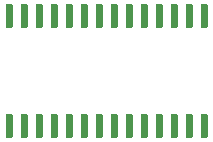
<source format=gbr>
G04 #@! TF.GenerationSoftware,KiCad,Pcbnew,(5.1.4)-1*
G04 #@! TF.CreationDate,2020-08-02T04:53:09-03:00*
G04 #@! TF.ProjectId,Cart_FeRAM,43617274-5f46-4655-9241-4d2e6b696361,rev?*
G04 #@! TF.SameCoordinates,Original*
G04 #@! TF.FileFunction,Paste,Top*
G04 #@! TF.FilePolarity,Positive*
%FSLAX46Y46*%
G04 Gerber Fmt 4.6, Leading zero omitted, Abs format (unit mm)*
G04 Created by KiCad (PCBNEW (5.1.4)-1) date 2020-08-02 04:53:09*
%MOMM*%
%LPD*%
G04 APERTURE LIST*
%ADD10C,0.100000*%
%ADD11C,0.600000*%
G04 APERTURE END LIST*
D10*
G36*
X106463703Y-66617722D02*
G01*
X106478264Y-66619882D01*
X106492543Y-66623459D01*
X106506403Y-66628418D01*
X106519710Y-66634712D01*
X106532336Y-66642280D01*
X106544159Y-66651048D01*
X106555066Y-66660934D01*
X106564952Y-66671841D01*
X106573720Y-66683664D01*
X106581288Y-66696290D01*
X106587582Y-66709597D01*
X106592541Y-66723457D01*
X106596118Y-66737736D01*
X106598278Y-66752297D01*
X106599000Y-66767000D01*
X106599000Y-68517000D01*
X106598278Y-68531703D01*
X106596118Y-68546264D01*
X106592541Y-68560543D01*
X106587582Y-68574403D01*
X106581288Y-68587710D01*
X106573720Y-68600336D01*
X106564952Y-68612159D01*
X106555066Y-68623066D01*
X106544159Y-68632952D01*
X106532336Y-68641720D01*
X106519710Y-68649288D01*
X106506403Y-68655582D01*
X106492543Y-68660541D01*
X106478264Y-68664118D01*
X106463703Y-68666278D01*
X106449000Y-68667000D01*
X106149000Y-68667000D01*
X106134297Y-68666278D01*
X106119736Y-68664118D01*
X106105457Y-68660541D01*
X106091597Y-68655582D01*
X106078290Y-68649288D01*
X106065664Y-68641720D01*
X106053841Y-68632952D01*
X106042934Y-68623066D01*
X106033048Y-68612159D01*
X106024280Y-68600336D01*
X106016712Y-68587710D01*
X106010418Y-68574403D01*
X106005459Y-68560543D01*
X106001882Y-68546264D01*
X105999722Y-68531703D01*
X105999000Y-68517000D01*
X105999000Y-66767000D01*
X105999722Y-66752297D01*
X106001882Y-66737736D01*
X106005459Y-66723457D01*
X106010418Y-66709597D01*
X106016712Y-66696290D01*
X106024280Y-66683664D01*
X106033048Y-66671841D01*
X106042934Y-66660934D01*
X106053841Y-66651048D01*
X106065664Y-66642280D01*
X106078290Y-66634712D01*
X106091597Y-66628418D01*
X106105457Y-66623459D01*
X106119736Y-66619882D01*
X106134297Y-66617722D01*
X106149000Y-66617000D01*
X106449000Y-66617000D01*
X106463703Y-66617722D01*
X106463703Y-66617722D01*
G37*
D11*
X106299000Y-67642000D03*
D10*
G36*
X107733703Y-66617722D02*
G01*
X107748264Y-66619882D01*
X107762543Y-66623459D01*
X107776403Y-66628418D01*
X107789710Y-66634712D01*
X107802336Y-66642280D01*
X107814159Y-66651048D01*
X107825066Y-66660934D01*
X107834952Y-66671841D01*
X107843720Y-66683664D01*
X107851288Y-66696290D01*
X107857582Y-66709597D01*
X107862541Y-66723457D01*
X107866118Y-66737736D01*
X107868278Y-66752297D01*
X107869000Y-66767000D01*
X107869000Y-68517000D01*
X107868278Y-68531703D01*
X107866118Y-68546264D01*
X107862541Y-68560543D01*
X107857582Y-68574403D01*
X107851288Y-68587710D01*
X107843720Y-68600336D01*
X107834952Y-68612159D01*
X107825066Y-68623066D01*
X107814159Y-68632952D01*
X107802336Y-68641720D01*
X107789710Y-68649288D01*
X107776403Y-68655582D01*
X107762543Y-68660541D01*
X107748264Y-68664118D01*
X107733703Y-68666278D01*
X107719000Y-68667000D01*
X107419000Y-68667000D01*
X107404297Y-68666278D01*
X107389736Y-68664118D01*
X107375457Y-68660541D01*
X107361597Y-68655582D01*
X107348290Y-68649288D01*
X107335664Y-68641720D01*
X107323841Y-68632952D01*
X107312934Y-68623066D01*
X107303048Y-68612159D01*
X107294280Y-68600336D01*
X107286712Y-68587710D01*
X107280418Y-68574403D01*
X107275459Y-68560543D01*
X107271882Y-68546264D01*
X107269722Y-68531703D01*
X107269000Y-68517000D01*
X107269000Y-66767000D01*
X107269722Y-66752297D01*
X107271882Y-66737736D01*
X107275459Y-66723457D01*
X107280418Y-66709597D01*
X107286712Y-66696290D01*
X107294280Y-66683664D01*
X107303048Y-66671841D01*
X107312934Y-66660934D01*
X107323841Y-66651048D01*
X107335664Y-66642280D01*
X107348290Y-66634712D01*
X107361597Y-66628418D01*
X107375457Y-66623459D01*
X107389736Y-66619882D01*
X107404297Y-66617722D01*
X107419000Y-66617000D01*
X107719000Y-66617000D01*
X107733703Y-66617722D01*
X107733703Y-66617722D01*
G37*
D11*
X107569000Y-67642000D03*
D10*
G36*
X109003703Y-66617722D02*
G01*
X109018264Y-66619882D01*
X109032543Y-66623459D01*
X109046403Y-66628418D01*
X109059710Y-66634712D01*
X109072336Y-66642280D01*
X109084159Y-66651048D01*
X109095066Y-66660934D01*
X109104952Y-66671841D01*
X109113720Y-66683664D01*
X109121288Y-66696290D01*
X109127582Y-66709597D01*
X109132541Y-66723457D01*
X109136118Y-66737736D01*
X109138278Y-66752297D01*
X109139000Y-66767000D01*
X109139000Y-68517000D01*
X109138278Y-68531703D01*
X109136118Y-68546264D01*
X109132541Y-68560543D01*
X109127582Y-68574403D01*
X109121288Y-68587710D01*
X109113720Y-68600336D01*
X109104952Y-68612159D01*
X109095066Y-68623066D01*
X109084159Y-68632952D01*
X109072336Y-68641720D01*
X109059710Y-68649288D01*
X109046403Y-68655582D01*
X109032543Y-68660541D01*
X109018264Y-68664118D01*
X109003703Y-68666278D01*
X108989000Y-68667000D01*
X108689000Y-68667000D01*
X108674297Y-68666278D01*
X108659736Y-68664118D01*
X108645457Y-68660541D01*
X108631597Y-68655582D01*
X108618290Y-68649288D01*
X108605664Y-68641720D01*
X108593841Y-68632952D01*
X108582934Y-68623066D01*
X108573048Y-68612159D01*
X108564280Y-68600336D01*
X108556712Y-68587710D01*
X108550418Y-68574403D01*
X108545459Y-68560543D01*
X108541882Y-68546264D01*
X108539722Y-68531703D01*
X108539000Y-68517000D01*
X108539000Y-66767000D01*
X108539722Y-66752297D01*
X108541882Y-66737736D01*
X108545459Y-66723457D01*
X108550418Y-66709597D01*
X108556712Y-66696290D01*
X108564280Y-66683664D01*
X108573048Y-66671841D01*
X108582934Y-66660934D01*
X108593841Y-66651048D01*
X108605664Y-66642280D01*
X108618290Y-66634712D01*
X108631597Y-66628418D01*
X108645457Y-66623459D01*
X108659736Y-66619882D01*
X108674297Y-66617722D01*
X108689000Y-66617000D01*
X108989000Y-66617000D01*
X109003703Y-66617722D01*
X109003703Y-66617722D01*
G37*
D11*
X108839000Y-67642000D03*
D10*
G36*
X110273703Y-66617722D02*
G01*
X110288264Y-66619882D01*
X110302543Y-66623459D01*
X110316403Y-66628418D01*
X110329710Y-66634712D01*
X110342336Y-66642280D01*
X110354159Y-66651048D01*
X110365066Y-66660934D01*
X110374952Y-66671841D01*
X110383720Y-66683664D01*
X110391288Y-66696290D01*
X110397582Y-66709597D01*
X110402541Y-66723457D01*
X110406118Y-66737736D01*
X110408278Y-66752297D01*
X110409000Y-66767000D01*
X110409000Y-68517000D01*
X110408278Y-68531703D01*
X110406118Y-68546264D01*
X110402541Y-68560543D01*
X110397582Y-68574403D01*
X110391288Y-68587710D01*
X110383720Y-68600336D01*
X110374952Y-68612159D01*
X110365066Y-68623066D01*
X110354159Y-68632952D01*
X110342336Y-68641720D01*
X110329710Y-68649288D01*
X110316403Y-68655582D01*
X110302543Y-68660541D01*
X110288264Y-68664118D01*
X110273703Y-68666278D01*
X110259000Y-68667000D01*
X109959000Y-68667000D01*
X109944297Y-68666278D01*
X109929736Y-68664118D01*
X109915457Y-68660541D01*
X109901597Y-68655582D01*
X109888290Y-68649288D01*
X109875664Y-68641720D01*
X109863841Y-68632952D01*
X109852934Y-68623066D01*
X109843048Y-68612159D01*
X109834280Y-68600336D01*
X109826712Y-68587710D01*
X109820418Y-68574403D01*
X109815459Y-68560543D01*
X109811882Y-68546264D01*
X109809722Y-68531703D01*
X109809000Y-68517000D01*
X109809000Y-66767000D01*
X109809722Y-66752297D01*
X109811882Y-66737736D01*
X109815459Y-66723457D01*
X109820418Y-66709597D01*
X109826712Y-66696290D01*
X109834280Y-66683664D01*
X109843048Y-66671841D01*
X109852934Y-66660934D01*
X109863841Y-66651048D01*
X109875664Y-66642280D01*
X109888290Y-66634712D01*
X109901597Y-66628418D01*
X109915457Y-66623459D01*
X109929736Y-66619882D01*
X109944297Y-66617722D01*
X109959000Y-66617000D01*
X110259000Y-66617000D01*
X110273703Y-66617722D01*
X110273703Y-66617722D01*
G37*
D11*
X110109000Y-67642000D03*
D10*
G36*
X111543703Y-66617722D02*
G01*
X111558264Y-66619882D01*
X111572543Y-66623459D01*
X111586403Y-66628418D01*
X111599710Y-66634712D01*
X111612336Y-66642280D01*
X111624159Y-66651048D01*
X111635066Y-66660934D01*
X111644952Y-66671841D01*
X111653720Y-66683664D01*
X111661288Y-66696290D01*
X111667582Y-66709597D01*
X111672541Y-66723457D01*
X111676118Y-66737736D01*
X111678278Y-66752297D01*
X111679000Y-66767000D01*
X111679000Y-68517000D01*
X111678278Y-68531703D01*
X111676118Y-68546264D01*
X111672541Y-68560543D01*
X111667582Y-68574403D01*
X111661288Y-68587710D01*
X111653720Y-68600336D01*
X111644952Y-68612159D01*
X111635066Y-68623066D01*
X111624159Y-68632952D01*
X111612336Y-68641720D01*
X111599710Y-68649288D01*
X111586403Y-68655582D01*
X111572543Y-68660541D01*
X111558264Y-68664118D01*
X111543703Y-68666278D01*
X111529000Y-68667000D01*
X111229000Y-68667000D01*
X111214297Y-68666278D01*
X111199736Y-68664118D01*
X111185457Y-68660541D01*
X111171597Y-68655582D01*
X111158290Y-68649288D01*
X111145664Y-68641720D01*
X111133841Y-68632952D01*
X111122934Y-68623066D01*
X111113048Y-68612159D01*
X111104280Y-68600336D01*
X111096712Y-68587710D01*
X111090418Y-68574403D01*
X111085459Y-68560543D01*
X111081882Y-68546264D01*
X111079722Y-68531703D01*
X111079000Y-68517000D01*
X111079000Y-66767000D01*
X111079722Y-66752297D01*
X111081882Y-66737736D01*
X111085459Y-66723457D01*
X111090418Y-66709597D01*
X111096712Y-66696290D01*
X111104280Y-66683664D01*
X111113048Y-66671841D01*
X111122934Y-66660934D01*
X111133841Y-66651048D01*
X111145664Y-66642280D01*
X111158290Y-66634712D01*
X111171597Y-66628418D01*
X111185457Y-66623459D01*
X111199736Y-66619882D01*
X111214297Y-66617722D01*
X111229000Y-66617000D01*
X111529000Y-66617000D01*
X111543703Y-66617722D01*
X111543703Y-66617722D01*
G37*
D11*
X111379000Y-67642000D03*
D10*
G36*
X112813703Y-66617722D02*
G01*
X112828264Y-66619882D01*
X112842543Y-66623459D01*
X112856403Y-66628418D01*
X112869710Y-66634712D01*
X112882336Y-66642280D01*
X112894159Y-66651048D01*
X112905066Y-66660934D01*
X112914952Y-66671841D01*
X112923720Y-66683664D01*
X112931288Y-66696290D01*
X112937582Y-66709597D01*
X112942541Y-66723457D01*
X112946118Y-66737736D01*
X112948278Y-66752297D01*
X112949000Y-66767000D01*
X112949000Y-68517000D01*
X112948278Y-68531703D01*
X112946118Y-68546264D01*
X112942541Y-68560543D01*
X112937582Y-68574403D01*
X112931288Y-68587710D01*
X112923720Y-68600336D01*
X112914952Y-68612159D01*
X112905066Y-68623066D01*
X112894159Y-68632952D01*
X112882336Y-68641720D01*
X112869710Y-68649288D01*
X112856403Y-68655582D01*
X112842543Y-68660541D01*
X112828264Y-68664118D01*
X112813703Y-68666278D01*
X112799000Y-68667000D01*
X112499000Y-68667000D01*
X112484297Y-68666278D01*
X112469736Y-68664118D01*
X112455457Y-68660541D01*
X112441597Y-68655582D01*
X112428290Y-68649288D01*
X112415664Y-68641720D01*
X112403841Y-68632952D01*
X112392934Y-68623066D01*
X112383048Y-68612159D01*
X112374280Y-68600336D01*
X112366712Y-68587710D01*
X112360418Y-68574403D01*
X112355459Y-68560543D01*
X112351882Y-68546264D01*
X112349722Y-68531703D01*
X112349000Y-68517000D01*
X112349000Y-66767000D01*
X112349722Y-66752297D01*
X112351882Y-66737736D01*
X112355459Y-66723457D01*
X112360418Y-66709597D01*
X112366712Y-66696290D01*
X112374280Y-66683664D01*
X112383048Y-66671841D01*
X112392934Y-66660934D01*
X112403841Y-66651048D01*
X112415664Y-66642280D01*
X112428290Y-66634712D01*
X112441597Y-66628418D01*
X112455457Y-66623459D01*
X112469736Y-66619882D01*
X112484297Y-66617722D01*
X112499000Y-66617000D01*
X112799000Y-66617000D01*
X112813703Y-66617722D01*
X112813703Y-66617722D01*
G37*
D11*
X112649000Y-67642000D03*
D10*
G36*
X114083703Y-66617722D02*
G01*
X114098264Y-66619882D01*
X114112543Y-66623459D01*
X114126403Y-66628418D01*
X114139710Y-66634712D01*
X114152336Y-66642280D01*
X114164159Y-66651048D01*
X114175066Y-66660934D01*
X114184952Y-66671841D01*
X114193720Y-66683664D01*
X114201288Y-66696290D01*
X114207582Y-66709597D01*
X114212541Y-66723457D01*
X114216118Y-66737736D01*
X114218278Y-66752297D01*
X114219000Y-66767000D01*
X114219000Y-68517000D01*
X114218278Y-68531703D01*
X114216118Y-68546264D01*
X114212541Y-68560543D01*
X114207582Y-68574403D01*
X114201288Y-68587710D01*
X114193720Y-68600336D01*
X114184952Y-68612159D01*
X114175066Y-68623066D01*
X114164159Y-68632952D01*
X114152336Y-68641720D01*
X114139710Y-68649288D01*
X114126403Y-68655582D01*
X114112543Y-68660541D01*
X114098264Y-68664118D01*
X114083703Y-68666278D01*
X114069000Y-68667000D01*
X113769000Y-68667000D01*
X113754297Y-68666278D01*
X113739736Y-68664118D01*
X113725457Y-68660541D01*
X113711597Y-68655582D01*
X113698290Y-68649288D01*
X113685664Y-68641720D01*
X113673841Y-68632952D01*
X113662934Y-68623066D01*
X113653048Y-68612159D01*
X113644280Y-68600336D01*
X113636712Y-68587710D01*
X113630418Y-68574403D01*
X113625459Y-68560543D01*
X113621882Y-68546264D01*
X113619722Y-68531703D01*
X113619000Y-68517000D01*
X113619000Y-66767000D01*
X113619722Y-66752297D01*
X113621882Y-66737736D01*
X113625459Y-66723457D01*
X113630418Y-66709597D01*
X113636712Y-66696290D01*
X113644280Y-66683664D01*
X113653048Y-66671841D01*
X113662934Y-66660934D01*
X113673841Y-66651048D01*
X113685664Y-66642280D01*
X113698290Y-66634712D01*
X113711597Y-66628418D01*
X113725457Y-66623459D01*
X113739736Y-66619882D01*
X113754297Y-66617722D01*
X113769000Y-66617000D01*
X114069000Y-66617000D01*
X114083703Y-66617722D01*
X114083703Y-66617722D01*
G37*
D11*
X113919000Y-67642000D03*
D10*
G36*
X115353703Y-66617722D02*
G01*
X115368264Y-66619882D01*
X115382543Y-66623459D01*
X115396403Y-66628418D01*
X115409710Y-66634712D01*
X115422336Y-66642280D01*
X115434159Y-66651048D01*
X115445066Y-66660934D01*
X115454952Y-66671841D01*
X115463720Y-66683664D01*
X115471288Y-66696290D01*
X115477582Y-66709597D01*
X115482541Y-66723457D01*
X115486118Y-66737736D01*
X115488278Y-66752297D01*
X115489000Y-66767000D01*
X115489000Y-68517000D01*
X115488278Y-68531703D01*
X115486118Y-68546264D01*
X115482541Y-68560543D01*
X115477582Y-68574403D01*
X115471288Y-68587710D01*
X115463720Y-68600336D01*
X115454952Y-68612159D01*
X115445066Y-68623066D01*
X115434159Y-68632952D01*
X115422336Y-68641720D01*
X115409710Y-68649288D01*
X115396403Y-68655582D01*
X115382543Y-68660541D01*
X115368264Y-68664118D01*
X115353703Y-68666278D01*
X115339000Y-68667000D01*
X115039000Y-68667000D01*
X115024297Y-68666278D01*
X115009736Y-68664118D01*
X114995457Y-68660541D01*
X114981597Y-68655582D01*
X114968290Y-68649288D01*
X114955664Y-68641720D01*
X114943841Y-68632952D01*
X114932934Y-68623066D01*
X114923048Y-68612159D01*
X114914280Y-68600336D01*
X114906712Y-68587710D01*
X114900418Y-68574403D01*
X114895459Y-68560543D01*
X114891882Y-68546264D01*
X114889722Y-68531703D01*
X114889000Y-68517000D01*
X114889000Y-66767000D01*
X114889722Y-66752297D01*
X114891882Y-66737736D01*
X114895459Y-66723457D01*
X114900418Y-66709597D01*
X114906712Y-66696290D01*
X114914280Y-66683664D01*
X114923048Y-66671841D01*
X114932934Y-66660934D01*
X114943841Y-66651048D01*
X114955664Y-66642280D01*
X114968290Y-66634712D01*
X114981597Y-66628418D01*
X114995457Y-66623459D01*
X115009736Y-66619882D01*
X115024297Y-66617722D01*
X115039000Y-66617000D01*
X115339000Y-66617000D01*
X115353703Y-66617722D01*
X115353703Y-66617722D01*
G37*
D11*
X115189000Y-67642000D03*
D10*
G36*
X116623703Y-66617722D02*
G01*
X116638264Y-66619882D01*
X116652543Y-66623459D01*
X116666403Y-66628418D01*
X116679710Y-66634712D01*
X116692336Y-66642280D01*
X116704159Y-66651048D01*
X116715066Y-66660934D01*
X116724952Y-66671841D01*
X116733720Y-66683664D01*
X116741288Y-66696290D01*
X116747582Y-66709597D01*
X116752541Y-66723457D01*
X116756118Y-66737736D01*
X116758278Y-66752297D01*
X116759000Y-66767000D01*
X116759000Y-68517000D01*
X116758278Y-68531703D01*
X116756118Y-68546264D01*
X116752541Y-68560543D01*
X116747582Y-68574403D01*
X116741288Y-68587710D01*
X116733720Y-68600336D01*
X116724952Y-68612159D01*
X116715066Y-68623066D01*
X116704159Y-68632952D01*
X116692336Y-68641720D01*
X116679710Y-68649288D01*
X116666403Y-68655582D01*
X116652543Y-68660541D01*
X116638264Y-68664118D01*
X116623703Y-68666278D01*
X116609000Y-68667000D01*
X116309000Y-68667000D01*
X116294297Y-68666278D01*
X116279736Y-68664118D01*
X116265457Y-68660541D01*
X116251597Y-68655582D01*
X116238290Y-68649288D01*
X116225664Y-68641720D01*
X116213841Y-68632952D01*
X116202934Y-68623066D01*
X116193048Y-68612159D01*
X116184280Y-68600336D01*
X116176712Y-68587710D01*
X116170418Y-68574403D01*
X116165459Y-68560543D01*
X116161882Y-68546264D01*
X116159722Y-68531703D01*
X116159000Y-68517000D01*
X116159000Y-66767000D01*
X116159722Y-66752297D01*
X116161882Y-66737736D01*
X116165459Y-66723457D01*
X116170418Y-66709597D01*
X116176712Y-66696290D01*
X116184280Y-66683664D01*
X116193048Y-66671841D01*
X116202934Y-66660934D01*
X116213841Y-66651048D01*
X116225664Y-66642280D01*
X116238290Y-66634712D01*
X116251597Y-66628418D01*
X116265457Y-66623459D01*
X116279736Y-66619882D01*
X116294297Y-66617722D01*
X116309000Y-66617000D01*
X116609000Y-66617000D01*
X116623703Y-66617722D01*
X116623703Y-66617722D01*
G37*
D11*
X116459000Y-67642000D03*
D10*
G36*
X117893703Y-66617722D02*
G01*
X117908264Y-66619882D01*
X117922543Y-66623459D01*
X117936403Y-66628418D01*
X117949710Y-66634712D01*
X117962336Y-66642280D01*
X117974159Y-66651048D01*
X117985066Y-66660934D01*
X117994952Y-66671841D01*
X118003720Y-66683664D01*
X118011288Y-66696290D01*
X118017582Y-66709597D01*
X118022541Y-66723457D01*
X118026118Y-66737736D01*
X118028278Y-66752297D01*
X118029000Y-66767000D01*
X118029000Y-68517000D01*
X118028278Y-68531703D01*
X118026118Y-68546264D01*
X118022541Y-68560543D01*
X118017582Y-68574403D01*
X118011288Y-68587710D01*
X118003720Y-68600336D01*
X117994952Y-68612159D01*
X117985066Y-68623066D01*
X117974159Y-68632952D01*
X117962336Y-68641720D01*
X117949710Y-68649288D01*
X117936403Y-68655582D01*
X117922543Y-68660541D01*
X117908264Y-68664118D01*
X117893703Y-68666278D01*
X117879000Y-68667000D01*
X117579000Y-68667000D01*
X117564297Y-68666278D01*
X117549736Y-68664118D01*
X117535457Y-68660541D01*
X117521597Y-68655582D01*
X117508290Y-68649288D01*
X117495664Y-68641720D01*
X117483841Y-68632952D01*
X117472934Y-68623066D01*
X117463048Y-68612159D01*
X117454280Y-68600336D01*
X117446712Y-68587710D01*
X117440418Y-68574403D01*
X117435459Y-68560543D01*
X117431882Y-68546264D01*
X117429722Y-68531703D01*
X117429000Y-68517000D01*
X117429000Y-66767000D01*
X117429722Y-66752297D01*
X117431882Y-66737736D01*
X117435459Y-66723457D01*
X117440418Y-66709597D01*
X117446712Y-66696290D01*
X117454280Y-66683664D01*
X117463048Y-66671841D01*
X117472934Y-66660934D01*
X117483841Y-66651048D01*
X117495664Y-66642280D01*
X117508290Y-66634712D01*
X117521597Y-66628418D01*
X117535457Y-66623459D01*
X117549736Y-66619882D01*
X117564297Y-66617722D01*
X117579000Y-66617000D01*
X117879000Y-66617000D01*
X117893703Y-66617722D01*
X117893703Y-66617722D01*
G37*
D11*
X117729000Y-67642000D03*
D10*
G36*
X119163703Y-66617722D02*
G01*
X119178264Y-66619882D01*
X119192543Y-66623459D01*
X119206403Y-66628418D01*
X119219710Y-66634712D01*
X119232336Y-66642280D01*
X119244159Y-66651048D01*
X119255066Y-66660934D01*
X119264952Y-66671841D01*
X119273720Y-66683664D01*
X119281288Y-66696290D01*
X119287582Y-66709597D01*
X119292541Y-66723457D01*
X119296118Y-66737736D01*
X119298278Y-66752297D01*
X119299000Y-66767000D01*
X119299000Y-68517000D01*
X119298278Y-68531703D01*
X119296118Y-68546264D01*
X119292541Y-68560543D01*
X119287582Y-68574403D01*
X119281288Y-68587710D01*
X119273720Y-68600336D01*
X119264952Y-68612159D01*
X119255066Y-68623066D01*
X119244159Y-68632952D01*
X119232336Y-68641720D01*
X119219710Y-68649288D01*
X119206403Y-68655582D01*
X119192543Y-68660541D01*
X119178264Y-68664118D01*
X119163703Y-68666278D01*
X119149000Y-68667000D01*
X118849000Y-68667000D01*
X118834297Y-68666278D01*
X118819736Y-68664118D01*
X118805457Y-68660541D01*
X118791597Y-68655582D01*
X118778290Y-68649288D01*
X118765664Y-68641720D01*
X118753841Y-68632952D01*
X118742934Y-68623066D01*
X118733048Y-68612159D01*
X118724280Y-68600336D01*
X118716712Y-68587710D01*
X118710418Y-68574403D01*
X118705459Y-68560543D01*
X118701882Y-68546264D01*
X118699722Y-68531703D01*
X118699000Y-68517000D01*
X118699000Y-66767000D01*
X118699722Y-66752297D01*
X118701882Y-66737736D01*
X118705459Y-66723457D01*
X118710418Y-66709597D01*
X118716712Y-66696290D01*
X118724280Y-66683664D01*
X118733048Y-66671841D01*
X118742934Y-66660934D01*
X118753841Y-66651048D01*
X118765664Y-66642280D01*
X118778290Y-66634712D01*
X118791597Y-66628418D01*
X118805457Y-66623459D01*
X118819736Y-66619882D01*
X118834297Y-66617722D01*
X118849000Y-66617000D01*
X119149000Y-66617000D01*
X119163703Y-66617722D01*
X119163703Y-66617722D01*
G37*
D11*
X118999000Y-67642000D03*
D10*
G36*
X120433703Y-66617722D02*
G01*
X120448264Y-66619882D01*
X120462543Y-66623459D01*
X120476403Y-66628418D01*
X120489710Y-66634712D01*
X120502336Y-66642280D01*
X120514159Y-66651048D01*
X120525066Y-66660934D01*
X120534952Y-66671841D01*
X120543720Y-66683664D01*
X120551288Y-66696290D01*
X120557582Y-66709597D01*
X120562541Y-66723457D01*
X120566118Y-66737736D01*
X120568278Y-66752297D01*
X120569000Y-66767000D01*
X120569000Y-68517000D01*
X120568278Y-68531703D01*
X120566118Y-68546264D01*
X120562541Y-68560543D01*
X120557582Y-68574403D01*
X120551288Y-68587710D01*
X120543720Y-68600336D01*
X120534952Y-68612159D01*
X120525066Y-68623066D01*
X120514159Y-68632952D01*
X120502336Y-68641720D01*
X120489710Y-68649288D01*
X120476403Y-68655582D01*
X120462543Y-68660541D01*
X120448264Y-68664118D01*
X120433703Y-68666278D01*
X120419000Y-68667000D01*
X120119000Y-68667000D01*
X120104297Y-68666278D01*
X120089736Y-68664118D01*
X120075457Y-68660541D01*
X120061597Y-68655582D01*
X120048290Y-68649288D01*
X120035664Y-68641720D01*
X120023841Y-68632952D01*
X120012934Y-68623066D01*
X120003048Y-68612159D01*
X119994280Y-68600336D01*
X119986712Y-68587710D01*
X119980418Y-68574403D01*
X119975459Y-68560543D01*
X119971882Y-68546264D01*
X119969722Y-68531703D01*
X119969000Y-68517000D01*
X119969000Y-66767000D01*
X119969722Y-66752297D01*
X119971882Y-66737736D01*
X119975459Y-66723457D01*
X119980418Y-66709597D01*
X119986712Y-66696290D01*
X119994280Y-66683664D01*
X120003048Y-66671841D01*
X120012934Y-66660934D01*
X120023841Y-66651048D01*
X120035664Y-66642280D01*
X120048290Y-66634712D01*
X120061597Y-66628418D01*
X120075457Y-66623459D01*
X120089736Y-66619882D01*
X120104297Y-66617722D01*
X120119000Y-66617000D01*
X120419000Y-66617000D01*
X120433703Y-66617722D01*
X120433703Y-66617722D01*
G37*
D11*
X120269000Y-67642000D03*
D10*
G36*
X121703703Y-66617722D02*
G01*
X121718264Y-66619882D01*
X121732543Y-66623459D01*
X121746403Y-66628418D01*
X121759710Y-66634712D01*
X121772336Y-66642280D01*
X121784159Y-66651048D01*
X121795066Y-66660934D01*
X121804952Y-66671841D01*
X121813720Y-66683664D01*
X121821288Y-66696290D01*
X121827582Y-66709597D01*
X121832541Y-66723457D01*
X121836118Y-66737736D01*
X121838278Y-66752297D01*
X121839000Y-66767000D01*
X121839000Y-68517000D01*
X121838278Y-68531703D01*
X121836118Y-68546264D01*
X121832541Y-68560543D01*
X121827582Y-68574403D01*
X121821288Y-68587710D01*
X121813720Y-68600336D01*
X121804952Y-68612159D01*
X121795066Y-68623066D01*
X121784159Y-68632952D01*
X121772336Y-68641720D01*
X121759710Y-68649288D01*
X121746403Y-68655582D01*
X121732543Y-68660541D01*
X121718264Y-68664118D01*
X121703703Y-68666278D01*
X121689000Y-68667000D01*
X121389000Y-68667000D01*
X121374297Y-68666278D01*
X121359736Y-68664118D01*
X121345457Y-68660541D01*
X121331597Y-68655582D01*
X121318290Y-68649288D01*
X121305664Y-68641720D01*
X121293841Y-68632952D01*
X121282934Y-68623066D01*
X121273048Y-68612159D01*
X121264280Y-68600336D01*
X121256712Y-68587710D01*
X121250418Y-68574403D01*
X121245459Y-68560543D01*
X121241882Y-68546264D01*
X121239722Y-68531703D01*
X121239000Y-68517000D01*
X121239000Y-66767000D01*
X121239722Y-66752297D01*
X121241882Y-66737736D01*
X121245459Y-66723457D01*
X121250418Y-66709597D01*
X121256712Y-66696290D01*
X121264280Y-66683664D01*
X121273048Y-66671841D01*
X121282934Y-66660934D01*
X121293841Y-66651048D01*
X121305664Y-66642280D01*
X121318290Y-66634712D01*
X121331597Y-66628418D01*
X121345457Y-66623459D01*
X121359736Y-66619882D01*
X121374297Y-66617722D01*
X121389000Y-66617000D01*
X121689000Y-66617000D01*
X121703703Y-66617722D01*
X121703703Y-66617722D01*
G37*
D11*
X121539000Y-67642000D03*
D10*
G36*
X122973703Y-66617722D02*
G01*
X122988264Y-66619882D01*
X123002543Y-66623459D01*
X123016403Y-66628418D01*
X123029710Y-66634712D01*
X123042336Y-66642280D01*
X123054159Y-66651048D01*
X123065066Y-66660934D01*
X123074952Y-66671841D01*
X123083720Y-66683664D01*
X123091288Y-66696290D01*
X123097582Y-66709597D01*
X123102541Y-66723457D01*
X123106118Y-66737736D01*
X123108278Y-66752297D01*
X123109000Y-66767000D01*
X123109000Y-68517000D01*
X123108278Y-68531703D01*
X123106118Y-68546264D01*
X123102541Y-68560543D01*
X123097582Y-68574403D01*
X123091288Y-68587710D01*
X123083720Y-68600336D01*
X123074952Y-68612159D01*
X123065066Y-68623066D01*
X123054159Y-68632952D01*
X123042336Y-68641720D01*
X123029710Y-68649288D01*
X123016403Y-68655582D01*
X123002543Y-68660541D01*
X122988264Y-68664118D01*
X122973703Y-68666278D01*
X122959000Y-68667000D01*
X122659000Y-68667000D01*
X122644297Y-68666278D01*
X122629736Y-68664118D01*
X122615457Y-68660541D01*
X122601597Y-68655582D01*
X122588290Y-68649288D01*
X122575664Y-68641720D01*
X122563841Y-68632952D01*
X122552934Y-68623066D01*
X122543048Y-68612159D01*
X122534280Y-68600336D01*
X122526712Y-68587710D01*
X122520418Y-68574403D01*
X122515459Y-68560543D01*
X122511882Y-68546264D01*
X122509722Y-68531703D01*
X122509000Y-68517000D01*
X122509000Y-66767000D01*
X122509722Y-66752297D01*
X122511882Y-66737736D01*
X122515459Y-66723457D01*
X122520418Y-66709597D01*
X122526712Y-66696290D01*
X122534280Y-66683664D01*
X122543048Y-66671841D01*
X122552934Y-66660934D01*
X122563841Y-66651048D01*
X122575664Y-66642280D01*
X122588290Y-66634712D01*
X122601597Y-66628418D01*
X122615457Y-66623459D01*
X122629736Y-66619882D01*
X122644297Y-66617722D01*
X122659000Y-66617000D01*
X122959000Y-66617000D01*
X122973703Y-66617722D01*
X122973703Y-66617722D01*
G37*
D11*
X122809000Y-67642000D03*
D10*
G36*
X122973703Y-57317722D02*
G01*
X122988264Y-57319882D01*
X123002543Y-57323459D01*
X123016403Y-57328418D01*
X123029710Y-57334712D01*
X123042336Y-57342280D01*
X123054159Y-57351048D01*
X123065066Y-57360934D01*
X123074952Y-57371841D01*
X123083720Y-57383664D01*
X123091288Y-57396290D01*
X123097582Y-57409597D01*
X123102541Y-57423457D01*
X123106118Y-57437736D01*
X123108278Y-57452297D01*
X123109000Y-57467000D01*
X123109000Y-59217000D01*
X123108278Y-59231703D01*
X123106118Y-59246264D01*
X123102541Y-59260543D01*
X123097582Y-59274403D01*
X123091288Y-59287710D01*
X123083720Y-59300336D01*
X123074952Y-59312159D01*
X123065066Y-59323066D01*
X123054159Y-59332952D01*
X123042336Y-59341720D01*
X123029710Y-59349288D01*
X123016403Y-59355582D01*
X123002543Y-59360541D01*
X122988264Y-59364118D01*
X122973703Y-59366278D01*
X122959000Y-59367000D01*
X122659000Y-59367000D01*
X122644297Y-59366278D01*
X122629736Y-59364118D01*
X122615457Y-59360541D01*
X122601597Y-59355582D01*
X122588290Y-59349288D01*
X122575664Y-59341720D01*
X122563841Y-59332952D01*
X122552934Y-59323066D01*
X122543048Y-59312159D01*
X122534280Y-59300336D01*
X122526712Y-59287710D01*
X122520418Y-59274403D01*
X122515459Y-59260543D01*
X122511882Y-59246264D01*
X122509722Y-59231703D01*
X122509000Y-59217000D01*
X122509000Y-57467000D01*
X122509722Y-57452297D01*
X122511882Y-57437736D01*
X122515459Y-57423457D01*
X122520418Y-57409597D01*
X122526712Y-57396290D01*
X122534280Y-57383664D01*
X122543048Y-57371841D01*
X122552934Y-57360934D01*
X122563841Y-57351048D01*
X122575664Y-57342280D01*
X122588290Y-57334712D01*
X122601597Y-57328418D01*
X122615457Y-57323459D01*
X122629736Y-57319882D01*
X122644297Y-57317722D01*
X122659000Y-57317000D01*
X122959000Y-57317000D01*
X122973703Y-57317722D01*
X122973703Y-57317722D01*
G37*
D11*
X122809000Y-58342000D03*
D10*
G36*
X121703703Y-57317722D02*
G01*
X121718264Y-57319882D01*
X121732543Y-57323459D01*
X121746403Y-57328418D01*
X121759710Y-57334712D01*
X121772336Y-57342280D01*
X121784159Y-57351048D01*
X121795066Y-57360934D01*
X121804952Y-57371841D01*
X121813720Y-57383664D01*
X121821288Y-57396290D01*
X121827582Y-57409597D01*
X121832541Y-57423457D01*
X121836118Y-57437736D01*
X121838278Y-57452297D01*
X121839000Y-57467000D01*
X121839000Y-59217000D01*
X121838278Y-59231703D01*
X121836118Y-59246264D01*
X121832541Y-59260543D01*
X121827582Y-59274403D01*
X121821288Y-59287710D01*
X121813720Y-59300336D01*
X121804952Y-59312159D01*
X121795066Y-59323066D01*
X121784159Y-59332952D01*
X121772336Y-59341720D01*
X121759710Y-59349288D01*
X121746403Y-59355582D01*
X121732543Y-59360541D01*
X121718264Y-59364118D01*
X121703703Y-59366278D01*
X121689000Y-59367000D01*
X121389000Y-59367000D01*
X121374297Y-59366278D01*
X121359736Y-59364118D01*
X121345457Y-59360541D01*
X121331597Y-59355582D01*
X121318290Y-59349288D01*
X121305664Y-59341720D01*
X121293841Y-59332952D01*
X121282934Y-59323066D01*
X121273048Y-59312159D01*
X121264280Y-59300336D01*
X121256712Y-59287710D01*
X121250418Y-59274403D01*
X121245459Y-59260543D01*
X121241882Y-59246264D01*
X121239722Y-59231703D01*
X121239000Y-59217000D01*
X121239000Y-57467000D01*
X121239722Y-57452297D01*
X121241882Y-57437736D01*
X121245459Y-57423457D01*
X121250418Y-57409597D01*
X121256712Y-57396290D01*
X121264280Y-57383664D01*
X121273048Y-57371841D01*
X121282934Y-57360934D01*
X121293841Y-57351048D01*
X121305664Y-57342280D01*
X121318290Y-57334712D01*
X121331597Y-57328418D01*
X121345457Y-57323459D01*
X121359736Y-57319882D01*
X121374297Y-57317722D01*
X121389000Y-57317000D01*
X121689000Y-57317000D01*
X121703703Y-57317722D01*
X121703703Y-57317722D01*
G37*
D11*
X121539000Y-58342000D03*
D10*
G36*
X120433703Y-57317722D02*
G01*
X120448264Y-57319882D01*
X120462543Y-57323459D01*
X120476403Y-57328418D01*
X120489710Y-57334712D01*
X120502336Y-57342280D01*
X120514159Y-57351048D01*
X120525066Y-57360934D01*
X120534952Y-57371841D01*
X120543720Y-57383664D01*
X120551288Y-57396290D01*
X120557582Y-57409597D01*
X120562541Y-57423457D01*
X120566118Y-57437736D01*
X120568278Y-57452297D01*
X120569000Y-57467000D01*
X120569000Y-59217000D01*
X120568278Y-59231703D01*
X120566118Y-59246264D01*
X120562541Y-59260543D01*
X120557582Y-59274403D01*
X120551288Y-59287710D01*
X120543720Y-59300336D01*
X120534952Y-59312159D01*
X120525066Y-59323066D01*
X120514159Y-59332952D01*
X120502336Y-59341720D01*
X120489710Y-59349288D01*
X120476403Y-59355582D01*
X120462543Y-59360541D01*
X120448264Y-59364118D01*
X120433703Y-59366278D01*
X120419000Y-59367000D01*
X120119000Y-59367000D01*
X120104297Y-59366278D01*
X120089736Y-59364118D01*
X120075457Y-59360541D01*
X120061597Y-59355582D01*
X120048290Y-59349288D01*
X120035664Y-59341720D01*
X120023841Y-59332952D01*
X120012934Y-59323066D01*
X120003048Y-59312159D01*
X119994280Y-59300336D01*
X119986712Y-59287710D01*
X119980418Y-59274403D01*
X119975459Y-59260543D01*
X119971882Y-59246264D01*
X119969722Y-59231703D01*
X119969000Y-59217000D01*
X119969000Y-57467000D01*
X119969722Y-57452297D01*
X119971882Y-57437736D01*
X119975459Y-57423457D01*
X119980418Y-57409597D01*
X119986712Y-57396290D01*
X119994280Y-57383664D01*
X120003048Y-57371841D01*
X120012934Y-57360934D01*
X120023841Y-57351048D01*
X120035664Y-57342280D01*
X120048290Y-57334712D01*
X120061597Y-57328418D01*
X120075457Y-57323459D01*
X120089736Y-57319882D01*
X120104297Y-57317722D01*
X120119000Y-57317000D01*
X120419000Y-57317000D01*
X120433703Y-57317722D01*
X120433703Y-57317722D01*
G37*
D11*
X120269000Y-58342000D03*
D10*
G36*
X119163703Y-57317722D02*
G01*
X119178264Y-57319882D01*
X119192543Y-57323459D01*
X119206403Y-57328418D01*
X119219710Y-57334712D01*
X119232336Y-57342280D01*
X119244159Y-57351048D01*
X119255066Y-57360934D01*
X119264952Y-57371841D01*
X119273720Y-57383664D01*
X119281288Y-57396290D01*
X119287582Y-57409597D01*
X119292541Y-57423457D01*
X119296118Y-57437736D01*
X119298278Y-57452297D01*
X119299000Y-57467000D01*
X119299000Y-59217000D01*
X119298278Y-59231703D01*
X119296118Y-59246264D01*
X119292541Y-59260543D01*
X119287582Y-59274403D01*
X119281288Y-59287710D01*
X119273720Y-59300336D01*
X119264952Y-59312159D01*
X119255066Y-59323066D01*
X119244159Y-59332952D01*
X119232336Y-59341720D01*
X119219710Y-59349288D01*
X119206403Y-59355582D01*
X119192543Y-59360541D01*
X119178264Y-59364118D01*
X119163703Y-59366278D01*
X119149000Y-59367000D01*
X118849000Y-59367000D01*
X118834297Y-59366278D01*
X118819736Y-59364118D01*
X118805457Y-59360541D01*
X118791597Y-59355582D01*
X118778290Y-59349288D01*
X118765664Y-59341720D01*
X118753841Y-59332952D01*
X118742934Y-59323066D01*
X118733048Y-59312159D01*
X118724280Y-59300336D01*
X118716712Y-59287710D01*
X118710418Y-59274403D01*
X118705459Y-59260543D01*
X118701882Y-59246264D01*
X118699722Y-59231703D01*
X118699000Y-59217000D01*
X118699000Y-57467000D01*
X118699722Y-57452297D01*
X118701882Y-57437736D01*
X118705459Y-57423457D01*
X118710418Y-57409597D01*
X118716712Y-57396290D01*
X118724280Y-57383664D01*
X118733048Y-57371841D01*
X118742934Y-57360934D01*
X118753841Y-57351048D01*
X118765664Y-57342280D01*
X118778290Y-57334712D01*
X118791597Y-57328418D01*
X118805457Y-57323459D01*
X118819736Y-57319882D01*
X118834297Y-57317722D01*
X118849000Y-57317000D01*
X119149000Y-57317000D01*
X119163703Y-57317722D01*
X119163703Y-57317722D01*
G37*
D11*
X118999000Y-58342000D03*
D10*
G36*
X117893703Y-57317722D02*
G01*
X117908264Y-57319882D01*
X117922543Y-57323459D01*
X117936403Y-57328418D01*
X117949710Y-57334712D01*
X117962336Y-57342280D01*
X117974159Y-57351048D01*
X117985066Y-57360934D01*
X117994952Y-57371841D01*
X118003720Y-57383664D01*
X118011288Y-57396290D01*
X118017582Y-57409597D01*
X118022541Y-57423457D01*
X118026118Y-57437736D01*
X118028278Y-57452297D01*
X118029000Y-57467000D01*
X118029000Y-59217000D01*
X118028278Y-59231703D01*
X118026118Y-59246264D01*
X118022541Y-59260543D01*
X118017582Y-59274403D01*
X118011288Y-59287710D01*
X118003720Y-59300336D01*
X117994952Y-59312159D01*
X117985066Y-59323066D01*
X117974159Y-59332952D01*
X117962336Y-59341720D01*
X117949710Y-59349288D01*
X117936403Y-59355582D01*
X117922543Y-59360541D01*
X117908264Y-59364118D01*
X117893703Y-59366278D01*
X117879000Y-59367000D01*
X117579000Y-59367000D01*
X117564297Y-59366278D01*
X117549736Y-59364118D01*
X117535457Y-59360541D01*
X117521597Y-59355582D01*
X117508290Y-59349288D01*
X117495664Y-59341720D01*
X117483841Y-59332952D01*
X117472934Y-59323066D01*
X117463048Y-59312159D01*
X117454280Y-59300336D01*
X117446712Y-59287710D01*
X117440418Y-59274403D01*
X117435459Y-59260543D01*
X117431882Y-59246264D01*
X117429722Y-59231703D01*
X117429000Y-59217000D01*
X117429000Y-57467000D01*
X117429722Y-57452297D01*
X117431882Y-57437736D01*
X117435459Y-57423457D01*
X117440418Y-57409597D01*
X117446712Y-57396290D01*
X117454280Y-57383664D01*
X117463048Y-57371841D01*
X117472934Y-57360934D01*
X117483841Y-57351048D01*
X117495664Y-57342280D01*
X117508290Y-57334712D01*
X117521597Y-57328418D01*
X117535457Y-57323459D01*
X117549736Y-57319882D01*
X117564297Y-57317722D01*
X117579000Y-57317000D01*
X117879000Y-57317000D01*
X117893703Y-57317722D01*
X117893703Y-57317722D01*
G37*
D11*
X117729000Y-58342000D03*
D10*
G36*
X116623703Y-57317722D02*
G01*
X116638264Y-57319882D01*
X116652543Y-57323459D01*
X116666403Y-57328418D01*
X116679710Y-57334712D01*
X116692336Y-57342280D01*
X116704159Y-57351048D01*
X116715066Y-57360934D01*
X116724952Y-57371841D01*
X116733720Y-57383664D01*
X116741288Y-57396290D01*
X116747582Y-57409597D01*
X116752541Y-57423457D01*
X116756118Y-57437736D01*
X116758278Y-57452297D01*
X116759000Y-57467000D01*
X116759000Y-59217000D01*
X116758278Y-59231703D01*
X116756118Y-59246264D01*
X116752541Y-59260543D01*
X116747582Y-59274403D01*
X116741288Y-59287710D01*
X116733720Y-59300336D01*
X116724952Y-59312159D01*
X116715066Y-59323066D01*
X116704159Y-59332952D01*
X116692336Y-59341720D01*
X116679710Y-59349288D01*
X116666403Y-59355582D01*
X116652543Y-59360541D01*
X116638264Y-59364118D01*
X116623703Y-59366278D01*
X116609000Y-59367000D01*
X116309000Y-59367000D01*
X116294297Y-59366278D01*
X116279736Y-59364118D01*
X116265457Y-59360541D01*
X116251597Y-59355582D01*
X116238290Y-59349288D01*
X116225664Y-59341720D01*
X116213841Y-59332952D01*
X116202934Y-59323066D01*
X116193048Y-59312159D01*
X116184280Y-59300336D01*
X116176712Y-59287710D01*
X116170418Y-59274403D01*
X116165459Y-59260543D01*
X116161882Y-59246264D01*
X116159722Y-59231703D01*
X116159000Y-59217000D01*
X116159000Y-57467000D01*
X116159722Y-57452297D01*
X116161882Y-57437736D01*
X116165459Y-57423457D01*
X116170418Y-57409597D01*
X116176712Y-57396290D01*
X116184280Y-57383664D01*
X116193048Y-57371841D01*
X116202934Y-57360934D01*
X116213841Y-57351048D01*
X116225664Y-57342280D01*
X116238290Y-57334712D01*
X116251597Y-57328418D01*
X116265457Y-57323459D01*
X116279736Y-57319882D01*
X116294297Y-57317722D01*
X116309000Y-57317000D01*
X116609000Y-57317000D01*
X116623703Y-57317722D01*
X116623703Y-57317722D01*
G37*
D11*
X116459000Y-58342000D03*
D10*
G36*
X115353703Y-57317722D02*
G01*
X115368264Y-57319882D01*
X115382543Y-57323459D01*
X115396403Y-57328418D01*
X115409710Y-57334712D01*
X115422336Y-57342280D01*
X115434159Y-57351048D01*
X115445066Y-57360934D01*
X115454952Y-57371841D01*
X115463720Y-57383664D01*
X115471288Y-57396290D01*
X115477582Y-57409597D01*
X115482541Y-57423457D01*
X115486118Y-57437736D01*
X115488278Y-57452297D01*
X115489000Y-57467000D01*
X115489000Y-59217000D01*
X115488278Y-59231703D01*
X115486118Y-59246264D01*
X115482541Y-59260543D01*
X115477582Y-59274403D01*
X115471288Y-59287710D01*
X115463720Y-59300336D01*
X115454952Y-59312159D01*
X115445066Y-59323066D01*
X115434159Y-59332952D01*
X115422336Y-59341720D01*
X115409710Y-59349288D01*
X115396403Y-59355582D01*
X115382543Y-59360541D01*
X115368264Y-59364118D01*
X115353703Y-59366278D01*
X115339000Y-59367000D01*
X115039000Y-59367000D01*
X115024297Y-59366278D01*
X115009736Y-59364118D01*
X114995457Y-59360541D01*
X114981597Y-59355582D01*
X114968290Y-59349288D01*
X114955664Y-59341720D01*
X114943841Y-59332952D01*
X114932934Y-59323066D01*
X114923048Y-59312159D01*
X114914280Y-59300336D01*
X114906712Y-59287710D01*
X114900418Y-59274403D01*
X114895459Y-59260543D01*
X114891882Y-59246264D01*
X114889722Y-59231703D01*
X114889000Y-59217000D01*
X114889000Y-57467000D01*
X114889722Y-57452297D01*
X114891882Y-57437736D01*
X114895459Y-57423457D01*
X114900418Y-57409597D01*
X114906712Y-57396290D01*
X114914280Y-57383664D01*
X114923048Y-57371841D01*
X114932934Y-57360934D01*
X114943841Y-57351048D01*
X114955664Y-57342280D01*
X114968290Y-57334712D01*
X114981597Y-57328418D01*
X114995457Y-57323459D01*
X115009736Y-57319882D01*
X115024297Y-57317722D01*
X115039000Y-57317000D01*
X115339000Y-57317000D01*
X115353703Y-57317722D01*
X115353703Y-57317722D01*
G37*
D11*
X115189000Y-58342000D03*
D10*
G36*
X114083703Y-57317722D02*
G01*
X114098264Y-57319882D01*
X114112543Y-57323459D01*
X114126403Y-57328418D01*
X114139710Y-57334712D01*
X114152336Y-57342280D01*
X114164159Y-57351048D01*
X114175066Y-57360934D01*
X114184952Y-57371841D01*
X114193720Y-57383664D01*
X114201288Y-57396290D01*
X114207582Y-57409597D01*
X114212541Y-57423457D01*
X114216118Y-57437736D01*
X114218278Y-57452297D01*
X114219000Y-57467000D01*
X114219000Y-59217000D01*
X114218278Y-59231703D01*
X114216118Y-59246264D01*
X114212541Y-59260543D01*
X114207582Y-59274403D01*
X114201288Y-59287710D01*
X114193720Y-59300336D01*
X114184952Y-59312159D01*
X114175066Y-59323066D01*
X114164159Y-59332952D01*
X114152336Y-59341720D01*
X114139710Y-59349288D01*
X114126403Y-59355582D01*
X114112543Y-59360541D01*
X114098264Y-59364118D01*
X114083703Y-59366278D01*
X114069000Y-59367000D01*
X113769000Y-59367000D01*
X113754297Y-59366278D01*
X113739736Y-59364118D01*
X113725457Y-59360541D01*
X113711597Y-59355582D01*
X113698290Y-59349288D01*
X113685664Y-59341720D01*
X113673841Y-59332952D01*
X113662934Y-59323066D01*
X113653048Y-59312159D01*
X113644280Y-59300336D01*
X113636712Y-59287710D01*
X113630418Y-59274403D01*
X113625459Y-59260543D01*
X113621882Y-59246264D01*
X113619722Y-59231703D01*
X113619000Y-59217000D01*
X113619000Y-57467000D01*
X113619722Y-57452297D01*
X113621882Y-57437736D01*
X113625459Y-57423457D01*
X113630418Y-57409597D01*
X113636712Y-57396290D01*
X113644280Y-57383664D01*
X113653048Y-57371841D01*
X113662934Y-57360934D01*
X113673841Y-57351048D01*
X113685664Y-57342280D01*
X113698290Y-57334712D01*
X113711597Y-57328418D01*
X113725457Y-57323459D01*
X113739736Y-57319882D01*
X113754297Y-57317722D01*
X113769000Y-57317000D01*
X114069000Y-57317000D01*
X114083703Y-57317722D01*
X114083703Y-57317722D01*
G37*
D11*
X113919000Y-58342000D03*
D10*
G36*
X112813703Y-57317722D02*
G01*
X112828264Y-57319882D01*
X112842543Y-57323459D01*
X112856403Y-57328418D01*
X112869710Y-57334712D01*
X112882336Y-57342280D01*
X112894159Y-57351048D01*
X112905066Y-57360934D01*
X112914952Y-57371841D01*
X112923720Y-57383664D01*
X112931288Y-57396290D01*
X112937582Y-57409597D01*
X112942541Y-57423457D01*
X112946118Y-57437736D01*
X112948278Y-57452297D01*
X112949000Y-57467000D01*
X112949000Y-59217000D01*
X112948278Y-59231703D01*
X112946118Y-59246264D01*
X112942541Y-59260543D01*
X112937582Y-59274403D01*
X112931288Y-59287710D01*
X112923720Y-59300336D01*
X112914952Y-59312159D01*
X112905066Y-59323066D01*
X112894159Y-59332952D01*
X112882336Y-59341720D01*
X112869710Y-59349288D01*
X112856403Y-59355582D01*
X112842543Y-59360541D01*
X112828264Y-59364118D01*
X112813703Y-59366278D01*
X112799000Y-59367000D01*
X112499000Y-59367000D01*
X112484297Y-59366278D01*
X112469736Y-59364118D01*
X112455457Y-59360541D01*
X112441597Y-59355582D01*
X112428290Y-59349288D01*
X112415664Y-59341720D01*
X112403841Y-59332952D01*
X112392934Y-59323066D01*
X112383048Y-59312159D01*
X112374280Y-59300336D01*
X112366712Y-59287710D01*
X112360418Y-59274403D01*
X112355459Y-59260543D01*
X112351882Y-59246264D01*
X112349722Y-59231703D01*
X112349000Y-59217000D01*
X112349000Y-57467000D01*
X112349722Y-57452297D01*
X112351882Y-57437736D01*
X112355459Y-57423457D01*
X112360418Y-57409597D01*
X112366712Y-57396290D01*
X112374280Y-57383664D01*
X112383048Y-57371841D01*
X112392934Y-57360934D01*
X112403841Y-57351048D01*
X112415664Y-57342280D01*
X112428290Y-57334712D01*
X112441597Y-57328418D01*
X112455457Y-57323459D01*
X112469736Y-57319882D01*
X112484297Y-57317722D01*
X112499000Y-57317000D01*
X112799000Y-57317000D01*
X112813703Y-57317722D01*
X112813703Y-57317722D01*
G37*
D11*
X112649000Y-58342000D03*
D10*
G36*
X111543703Y-57317722D02*
G01*
X111558264Y-57319882D01*
X111572543Y-57323459D01*
X111586403Y-57328418D01*
X111599710Y-57334712D01*
X111612336Y-57342280D01*
X111624159Y-57351048D01*
X111635066Y-57360934D01*
X111644952Y-57371841D01*
X111653720Y-57383664D01*
X111661288Y-57396290D01*
X111667582Y-57409597D01*
X111672541Y-57423457D01*
X111676118Y-57437736D01*
X111678278Y-57452297D01*
X111679000Y-57467000D01*
X111679000Y-59217000D01*
X111678278Y-59231703D01*
X111676118Y-59246264D01*
X111672541Y-59260543D01*
X111667582Y-59274403D01*
X111661288Y-59287710D01*
X111653720Y-59300336D01*
X111644952Y-59312159D01*
X111635066Y-59323066D01*
X111624159Y-59332952D01*
X111612336Y-59341720D01*
X111599710Y-59349288D01*
X111586403Y-59355582D01*
X111572543Y-59360541D01*
X111558264Y-59364118D01*
X111543703Y-59366278D01*
X111529000Y-59367000D01*
X111229000Y-59367000D01*
X111214297Y-59366278D01*
X111199736Y-59364118D01*
X111185457Y-59360541D01*
X111171597Y-59355582D01*
X111158290Y-59349288D01*
X111145664Y-59341720D01*
X111133841Y-59332952D01*
X111122934Y-59323066D01*
X111113048Y-59312159D01*
X111104280Y-59300336D01*
X111096712Y-59287710D01*
X111090418Y-59274403D01*
X111085459Y-59260543D01*
X111081882Y-59246264D01*
X111079722Y-59231703D01*
X111079000Y-59217000D01*
X111079000Y-57467000D01*
X111079722Y-57452297D01*
X111081882Y-57437736D01*
X111085459Y-57423457D01*
X111090418Y-57409597D01*
X111096712Y-57396290D01*
X111104280Y-57383664D01*
X111113048Y-57371841D01*
X111122934Y-57360934D01*
X111133841Y-57351048D01*
X111145664Y-57342280D01*
X111158290Y-57334712D01*
X111171597Y-57328418D01*
X111185457Y-57323459D01*
X111199736Y-57319882D01*
X111214297Y-57317722D01*
X111229000Y-57317000D01*
X111529000Y-57317000D01*
X111543703Y-57317722D01*
X111543703Y-57317722D01*
G37*
D11*
X111379000Y-58342000D03*
D10*
G36*
X110273703Y-57317722D02*
G01*
X110288264Y-57319882D01*
X110302543Y-57323459D01*
X110316403Y-57328418D01*
X110329710Y-57334712D01*
X110342336Y-57342280D01*
X110354159Y-57351048D01*
X110365066Y-57360934D01*
X110374952Y-57371841D01*
X110383720Y-57383664D01*
X110391288Y-57396290D01*
X110397582Y-57409597D01*
X110402541Y-57423457D01*
X110406118Y-57437736D01*
X110408278Y-57452297D01*
X110409000Y-57467000D01*
X110409000Y-59217000D01*
X110408278Y-59231703D01*
X110406118Y-59246264D01*
X110402541Y-59260543D01*
X110397582Y-59274403D01*
X110391288Y-59287710D01*
X110383720Y-59300336D01*
X110374952Y-59312159D01*
X110365066Y-59323066D01*
X110354159Y-59332952D01*
X110342336Y-59341720D01*
X110329710Y-59349288D01*
X110316403Y-59355582D01*
X110302543Y-59360541D01*
X110288264Y-59364118D01*
X110273703Y-59366278D01*
X110259000Y-59367000D01*
X109959000Y-59367000D01*
X109944297Y-59366278D01*
X109929736Y-59364118D01*
X109915457Y-59360541D01*
X109901597Y-59355582D01*
X109888290Y-59349288D01*
X109875664Y-59341720D01*
X109863841Y-59332952D01*
X109852934Y-59323066D01*
X109843048Y-59312159D01*
X109834280Y-59300336D01*
X109826712Y-59287710D01*
X109820418Y-59274403D01*
X109815459Y-59260543D01*
X109811882Y-59246264D01*
X109809722Y-59231703D01*
X109809000Y-59217000D01*
X109809000Y-57467000D01*
X109809722Y-57452297D01*
X109811882Y-57437736D01*
X109815459Y-57423457D01*
X109820418Y-57409597D01*
X109826712Y-57396290D01*
X109834280Y-57383664D01*
X109843048Y-57371841D01*
X109852934Y-57360934D01*
X109863841Y-57351048D01*
X109875664Y-57342280D01*
X109888290Y-57334712D01*
X109901597Y-57328418D01*
X109915457Y-57323459D01*
X109929736Y-57319882D01*
X109944297Y-57317722D01*
X109959000Y-57317000D01*
X110259000Y-57317000D01*
X110273703Y-57317722D01*
X110273703Y-57317722D01*
G37*
D11*
X110109000Y-58342000D03*
D10*
G36*
X109003703Y-57317722D02*
G01*
X109018264Y-57319882D01*
X109032543Y-57323459D01*
X109046403Y-57328418D01*
X109059710Y-57334712D01*
X109072336Y-57342280D01*
X109084159Y-57351048D01*
X109095066Y-57360934D01*
X109104952Y-57371841D01*
X109113720Y-57383664D01*
X109121288Y-57396290D01*
X109127582Y-57409597D01*
X109132541Y-57423457D01*
X109136118Y-57437736D01*
X109138278Y-57452297D01*
X109139000Y-57467000D01*
X109139000Y-59217000D01*
X109138278Y-59231703D01*
X109136118Y-59246264D01*
X109132541Y-59260543D01*
X109127582Y-59274403D01*
X109121288Y-59287710D01*
X109113720Y-59300336D01*
X109104952Y-59312159D01*
X109095066Y-59323066D01*
X109084159Y-59332952D01*
X109072336Y-59341720D01*
X109059710Y-59349288D01*
X109046403Y-59355582D01*
X109032543Y-59360541D01*
X109018264Y-59364118D01*
X109003703Y-59366278D01*
X108989000Y-59367000D01*
X108689000Y-59367000D01*
X108674297Y-59366278D01*
X108659736Y-59364118D01*
X108645457Y-59360541D01*
X108631597Y-59355582D01*
X108618290Y-59349288D01*
X108605664Y-59341720D01*
X108593841Y-59332952D01*
X108582934Y-59323066D01*
X108573048Y-59312159D01*
X108564280Y-59300336D01*
X108556712Y-59287710D01*
X108550418Y-59274403D01*
X108545459Y-59260543D01*
X108541882Y-59246264D01*
X108539722Y-59231703D01*
X108539000Y-59217000D01*
X108539000Y-57467000D01*
X108539722Y-57452297D01*
X108541882Y-57437736D01*
X108545459Y-57423457D01*
X108550418Y-57409597D01*
X108556712Y-57396290D01*
X108564280Y-57383664D01*
X108573048Y-57371841D01*
X108582934Y-57360934D01*
X108593841Y-57351048D01*
X108605664Y-57342280D01*
X108618290Y-57334712D01*
X108631597Y-57328418D01*
X108645457Y-57323459D01*
X108659736Y-57319882D01*
X108674297Y-57317722D01*
X108689000Y-57317000D01*
X108989000Y-57317000D01*
X109003703Y-57317722D01*
X109003703Y-57317722D01*
G37*
D11*
X108839000Y-58342000D03*
D10*
G36*
X107733703Y-57317722D02*
G01*
X107748264Y-57319882D01*
X107762543Y-57323459D01*
X107776403Y-57328418D01*
X107789710Y-57334712D01*
X107802336Y-57342280D01*
X107814159Y-57351048D01*
X107825066Y-57360934D01*
X107834952Y-57371841D01*
X107843720Y-57383664D01*
X107851288Y-57396290D01*
X107857582Y-57409597D01*
X107862541Y-57423457D01*
X107866118Y-57437736D01*
X107868278Y-57452297D01*
X107869000Y-57467000D01*
X107869000Y-59217000D01*
X107868278Y-59231703D01*
X107866118Y-59246264D01*
X107862541Y-59260543D01*
X107857582Y-59274403D01*
X107851288Y-59287710D01*
X107843720Y-59300336D01*
X107834952Y-59312159D01*
X107825066Y-59323066D01*
X107814159Y-59332952D01*
X107802336Y-59341720D01*
X107789710Y-59349288D01*
X107776403Y-59355582D01*
X107762543Y-59360541D01*
X107748264Y-59364118D01*
X107733703Y-59366278D01*
X107719000Y-59367000D01*
X107419000Y-59367000D01*
X107404297Y-59366278D01*
X107389736Y-59364118D01*
X107375457Y-59360541D01*
X107361597Y-59355582D01*
X107348290Y-59349288D01*
X107335664Y-59341720D01*
X107323841Y-59332952D01*
X107312934Y-59323066D01*
X107303048Y-59312159D01*
X107294280Y-59300336D01*
X107286712Y-59287710D01*
X107280418Y-59274403D01*
X107275459Y-59260543D01*
X107271882Y-59246264D01*
X107269722Y-59231703D01*
X107269000Y-59217000D01*
X107269000Y-57467000D01*
X107269722Y-57452297D01*
X107271882Y-57437736D01*
X107275459Y-57423457D01*
X107280418Y-57409597D01*
X107286712Y-57396290D01*
X107294280Y-57383664D01*
X107303048Y-57371841D01*
X107312934Y-57360934D01*
X107323841Y-57351048D01*
X107335664Y-57342280D01*
X107348290Y-57334712D01*
X107361597Y-57328418D01*
X107375457Y-57323459D01*
X107389736Y-57319882D01*
X107404297Y-57317722D01*
X107419000Y-57317000D01*
X107719000Y-57317000D01*
X107733703Y-57317722D01*
X107733703Y-57317722D01*
G37*
D11*
X107569000Y-58342000D03*
D10*
G36*
X106463703Y-57317722D02*
G01*
X106478264Y-57319882D01*
X106492543Y-57323459D01*
X106506403Y-57328418D01*
X106519710Y-57334712D01*
X106532336Y-57342280D01*
X106544159Y-57351048D01*
X106555066Y-57360934D01*
X106564952Y-57371841D01*
X106573720Y-57383664D01*
X106581288Y-57396290D01*
X106587582Y-57409597D01*
X106592541Y-57423457D01*
X106596118Y-57437736D01*
X106598278Y-57452297D01*
X106599000Y-57467000D01*
X106599000Y-59217000D01*
X106598278Y-59231703D01*
X106596118Y-59246264D01*
X106592541Y-59260543D01*
X106587582Y-59274403D01*
X106581288Y-59287710D01*
X106573720Y-59300336D01*
X106564952Y-59312159D01*
X106555066Y-59323066D01*
X106544159Y-59332952D01*
X106532336Y-59341720D01*
X106519710Y-59349288D01*
X106506403Y-59355582D01*
X106492543Y-59360541D01*
X106478264Y-59364118D01*
X106463703Y-59366278D01*
X106449000Y-59367000D01*
X106149000Y-59367000D01*
X106134297Y-59366278D01*
X106119736Y-59364118D01*
X106105457Y-59360541D01*
X106091597Y-59355582D01*
X106078290Y-59349288D01*
X106065664Y-59341720D01*
X106053841Y-59332952D01*
X106042934Y-59323066D01*
X106033048Y-59312159D01*
X106024280Y-59300336D01*
X106016712Y-59287710D01*
X106010418Y-59274403D01*
X106005459Y-59260543D01*
X106001882Y-59246264D01*
X105999722Y-59231703D01*
X105999000Y-59217000D01*
X105999000Y-57467000D01*
X105999722Y-57452297D01*
X106001882Y-57437736D01*
X106005459Y-57423457D01*
X106010418Y-57409597D01*
X106016712Y-57396290D01*
X106024280Y-57383664D01*
X106033048Y-57371841D01*
X106042934Y-57360934D01*
X106053841Y-57351048D01*
X106065664Y-57342280D01*
X106078290Y-57334712D01*
X106091597Y-57328418D01*
X106105457Y-57323459D01*
X106119736Y-57319882D01*
X106134297Y-57317722D01*
X106149000Y-57317000D01*
X106449000Y-57317000D01*
X106463703Y-57317722D01*
X106463703Y-57317722D01*
G37*
D11*
X106299000Y-58342000D03*
M02*

</source>
